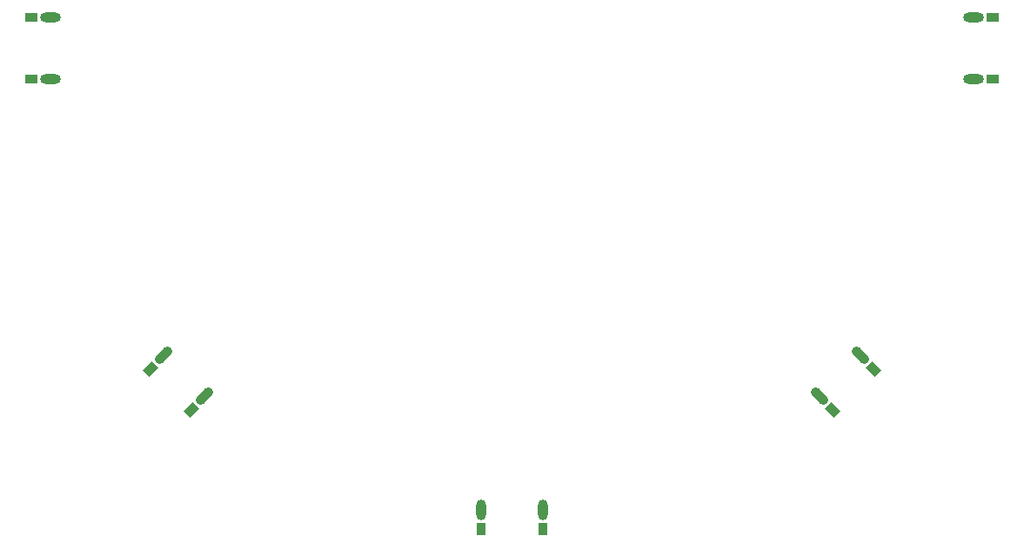
<source format=gbr>
%TF.GenerationSoftware,KiCad,Pcbnew,(6.0.1-0)*%
%TF.CreationDate,2022-09-11T14:38:19-04:00*%
%TF.ProjectId,platter,706c6174-7465-4722-9e6b-696361645f70,rev?*%
%TF.SameCoordinates,Original*%
%TF.FileFunction,Soldermask,Top*%
%TF.FilePolarity,Negative*%
%FSLAX46Y46*%
G04 Gerber Fmt 4.6, Leading zero omitted, Abs format (unit mm)*
G04 Created by KiCad (PCBNEW (6.0.1-0)) date 2022-09-11 14:38:19*
%MOMM*%
%LPD*%
G01*
G04 APERTURE LIST*
G04 Aperture macros list*
%AMHorizOval*
0 Thick line with rounded ends*
0 $1 width*
0 $2 $3 position (X,Y) of the first rounded end (center of the circle)*
0 $4 $5 position (X,Y) of the second rounded end (center of the circle)*
0 Add line between two ends*
20,1,$1,$2,$3,$4,$5,0*
0 Add two circle primitives to create the rounded ends*
1,1,$1,$2,$3*
1,1,$1,$4,$5*%
%AMRotRect*
0 Rectangle, with rotation*
0 The origin of the aperture is its center*
0 $1 length*
0 $2 width*
0 $3 Rotation angle, in degrees counterclockwise*
0 Add horizontal line*
21,1,$1,$2,0,0,$3*%
G04 Aperture macros list end*
%ADD10O,2.000000X0.950000*%
%ADD11R,1.300000X0.900000*%
%ADD12HorizOval,0.950000X0.371231X0.371231X-0.371231X-0.371231X0*%
%ADD13RotRect,1.300000X0.900000X45.000000*%
%ADD14O,0.950000X2.000000*%
%ADD15R,0.900000X1.300000*%
%ADD16HorizOval,0.950000X-0.371231X0.371231X0.371231X-0.371231X0*%
%ADD17RotRect,1.300000X0.900000X135.000000*%
G04 APERTURE END LIST*
D10*
%TO.C,J3*%
X18050000Y-66000000D03*
D11*
X16200000Y-66000000D03*
%TD*%
D10*
%TO.C,J11*%
X107950000Y-66000000D03*
D11*
X109800000Y-66000000D03*
%TD*%
D12*
%TO.C,J4*%
X29096016Y-92903984D03*
D13*
X27787868Y-94212132D03*
%TD*%
D12*
%TO.C,J5*%
X33096016Y-96903984D03*
D13*
X31787868Y-98212132D03*
%TD*%
D14*
%TO.C,J8*%
X66000000Y-108000000D03*
D15*
X66000000Y-109850000D03*
%TD*%
D10*
%TO.C,J12*%
X107950000Y-60000000D03*
D11*
X109800000Y-60000000D03*
%TD*%
D16*
%TO.C,J10*%
X96903984Y-92903984D03*
D17*
X98212132Y-94212132D03*
%TD*%
D16*
%TO.C,J9*%
X92903984Y-96903984D03*
D17*
X94212132Y-98212132D03*
%TD*%
D10*
%TO.C,J2*%
X18050000Y-60000000D03*
D11*
X16200000Y-60000000D03*
%TD*%
D14*
%TO.C,J6*%
X60000000Y-108000000D03*
D15*
X60000000Y-109850000D03*
%TD*%
M02*

</source>
